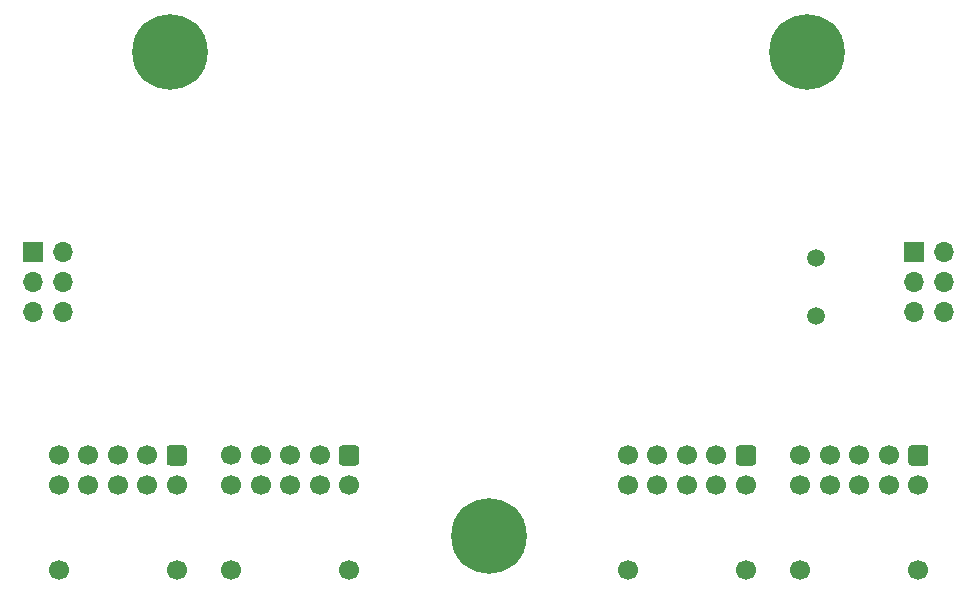
<source format=gbr>
%TF.GenerationSoftware,KiCad,Pcbnew,(5.1.10)-1*%
%TF.CreationDate,2021-07-04T19:20:50-04:00*%
%TF.ProjectId,SensorBoard,53656e73-6f72-4426-9f61-72642e6b6963,rev?*%
%TF.SameCoordinates,Original*%
%TF.FileFunction,Soldermask,Bot*%
%TF.FilePolarity,Negative*%
%FSLAX46Y46*%
G04 Gerber Fmt 4.6, Leading zero omitted, Abs format (unit mm)*
G04 Created by KiCad (PCBNEW (5.1.10)-1) date 2021-07-04 19:20:50*
%MOMM*%
%LPD*%
G01*
G04 APERTURE LIST*
%ADD10O,1.700000X1.700000*%
%ADD11R,1.700000X1.700000*%
%ADD12C,6.400000*%
%ADD13C,0.800000*%
%ADD14C,1.700000*%
%ADD15C,1.500000*%
G04 APERTURE END LIST*
D10*
%TO.C,J1*%
X114000000Y-95080000D03*
X111460000Y-95080000D03*
X114000000Y-92540000D03*
X111460000Y-92540000D03*
X114000000Y-90000000D03*
D11*
X111460000Y-90000000D03*
%TD*%
%TO.C,J2*%
X186000000Y-90000000D03*
D10*
X188540000Y-90000000D03*
X186000000Y-92540000D03*
X188540000Y-92540000D03*
X186000000Y-95080000D03*
X188540000Y-95080000D03*
%TD*%
D12*
%TO.C,REF\u002A\u002A*%
X177000000Y-73000000D03*
D13*
X179400000Y-73000000D03*
X178697056Y-74697056D03*
X177000000Y-75400000D03*
X175302944Y-74697056D03*
X174600000Y-73000000D03*
X175302944Y-71302944D03*
X177000000Y-70600000D03*
X178697056Y-71302944D03*
%TD*%
%TO.C,REF\u002A\u002A*%
X124697056Y-71302944D03*
X123000000Y-70600000D03*
X121302944Y-71302944D03*
X120600000Y-73000000D03*
X121302944Y-74697056D03*
X123000000Y-75400000D03*
X124697056Y-74697056D03*
X125400000Y-73000000D03*
D12*
X123000000Y-73000000D03*
%TD*%
%TO.C,REF\u002A\u002A*%
X150000000Y-114000000D03*
D13*
X152400000Y-114000000D03*
X151697056Y-115697056D03*
X150000000Y-116400000D03*
X148302944Y-115697056D03*
X147600000Y-114000000D03*
X148302944Y-112302944D03*
X150000000Y-111600000D03*
X151697056Y-112302944D03*
%TD*%
D14*
%TO.C,J4*%
X176400000Y-116880000D03*
X186400000Y-116880000D03*
X176400000Y-109700000D03*
X178900000Y-109700000D03*
X181400000Y-109700000D03*
X183900000Y-109700000D03*
X186400000Y-109700000D03*
X176400000Y-107200000D03*
X178900000Y-107200000D03*
X181400000Y-107200000D03*
X183900000Y-107200000D03*
G36*
G01*
X185800000Y-106350000D02*
X187000000Y-106350000D01*
G75*
G02*
X187250000Y-106600000I0J-250000D01*
G01*
X187250000Y-107800000D01*
G75*
G02*
X187000000Y-108050000I-250000J0D01*
G01*
X185800000Y-108050000D01*
G75*
G02*
X185550000Y-107800000I0J250000D01*
G01*
X185550000Y-106600000D01*
G75*
G02*
X185800000Y-106350000I250000J0D01*
G01*
G37*
%TD*%
%TO.C,J5*%
X161800000Y-116880000D03*
X171800000Y-116880000D03*
X161800000Y-109700000D03*
X164300000Y-109700000D03*
X166800000Y-109700000D03*
X169300000Y-109700000D03*
X171800000Y-109700000D03*
X161800000Y-107200000D03*
X164300000Y-107200000D03*
X166800000Y-107200000D03*
X169300000Y-107200000D03*
G36*
G01*
X171200000Y-106350000D02*
X172400000Y-106350000D01*
G75*
G02*
X172650000Y-106600000I0J-250000D01*
G01*
X172650000Y-107800000D01*
G75*
G02*
X172400000Y-108050000I-250000J0D01*
G01*
X171200000Y-108050000D01*
G75*
G02*
X170950000Y-107800000I0J250000D01*
G01*
X170950000Y-106600000D01*
G75*
G02*
X171200000Y-106350000I250000J0D01*
G01*
G37*
%TD*%
%TO.C,J6*%
X128200000Y-116880000D03*
X138200000Y-116880000D03*
X128200000Y-109700000D03*
X130700000Y-109700000D03*
X133200000Y-109700000D03*
X135700000Y-109700000D03*
X138200000Y-109700000D03*
X128200000Y-107200000D03*
X130700000Y-107200000D03*
X133200000Y-107200000D03*
X135700000Y-107200000D03*
G36*
G01*
X137600000Y-106350000D02*
X138800000Y-106350000D01*
G75*
G02*
X139050000Y-106600000I0J-250000D01*
G01*
X139050000Y-107800000D01*
G75*
G02*
X138800000Y-108050000I-250000J0D01*
G01*
X137600000Y-108050000D01*
G75*
G02*
X137350000Y-107800000I0J250000D01*
G01*
X137350000Y-106600000D01*
G75*
G02*
X137600000Y-106350000I250000J0D01*
G01*
G37*
%TD*%
%TO.C,J7*%
X113600000Y-116880000D03*
X123600000Y-116880000D03*
X113600000Y-109700000D03*
X116100000Y-109700000D03*
X118600000Y-109700000D03*
X121100000Y-109700000D03*
X123600000Y-109700000D03*
X113600000Y-107200000D03*
X116100000Y-107200000D03*
X118600000Y-107200000D03*
X121100000Y-107200000D03*
G36*
G01*
X123000000Y-106350000D02*
X124200000Y-106350000D01*
G75*
G02*
X124450000Y-106600000I0J-250000D01*
G01*
X124450000Y-107800000D01*
G75*
G02*
X124200000Y-108050000I-250000J0D01*
G01*
X123000000Y-108050000D01*
G75*
G02*
X122750000Y-107800000I0J250000D01*
G01*
X122750000Y-106600000D01*
G75*
G02*
X123000000Y-106350000I250000J0D01*
G01*
G37*
%TD*%
D15*
%TO.C,CRYS1*%
X177700000Y-90470000D03*
X177700000Y-95350000D03*
%TD*%
M02*

</source>
